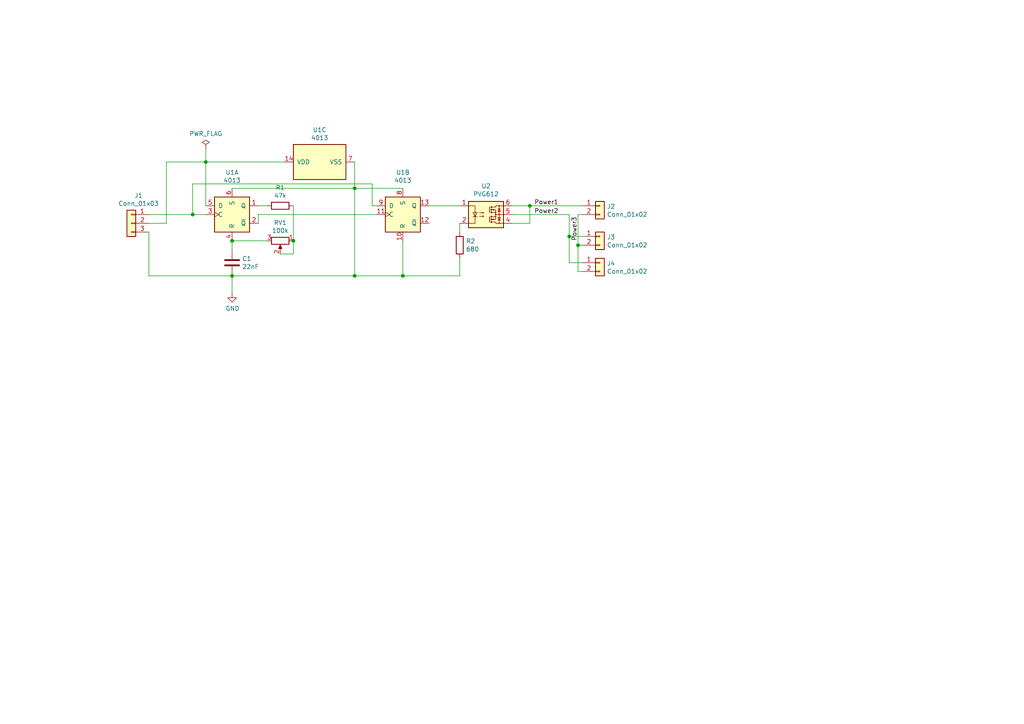
<source format=kicad_sch>
(kicad_sch (version 20231120) (generator "eeschema") (generator_version "8.0")
  (paper "A4")
  (title_block (title "RC switch with solid state relay 2A") (date "2019-06-16") (rev "0") (company "CyberNet-RC") (comment 2 "V.Panfilov"))
  (lib_symbols
    (symbol "4xxx:4013" (pin_names (offset 1.016))
      (property "Reference" "U" (at -7.62 8.89 0))
      (property "Value" "4013" (at -7.62 -8.89 0))
      (symbol "4013_1_1"
        (rectangle (start -5.08 5.08) (end 5.08 -5.08) (stroke (width 0.254)) (fill (type background)))
        (pin output line (at 7.62 2.54 180) (length 2.54) (name "Q") (number "1"))
        (pin output line (at 7.62 -2.54 180) (length 2.54) (name "~{Q}") (number "2"))
        (pin input clock (at -7.62 0 0) (length 2.54) (name "C") (number "3"))
        (pin input line (at 0 -7.62 90) (length 2.54) (name "R") (number "4"))
        (pin input line (at -7.62 2.54 0) (length 2.54) (name "D") (number "5"))
        (pin input line (at 0 7.62 270) (length 2.54) (name "S") (number "6"))
      )
      (symbol "4013_2_1"
        (rectangle (start -5.08 5.08) (end 5.08 -5.08) (stroke (width 0.254)) (fill (type background)))
        (pin input line (at 0 -7.62 90) (length 2.54) (name "R") (number "10"))
        (pin input clock (at -7.62 0 0) (length 2.54) (name "C") (number "11"))
        (pin output line (at 7.62 -2.54 180) (length 2.54) (name "~{Q}") (number "12"))
        (pin output line (at 7.62 2.54 180) (length 2.54) (name "Q") (number "13"))
        (pin input line (at 0 7.62 270) (length 2.54) (name "S") (number "8"))
        (pin input line (at -7.62 2.54 0) (length 2.54) (name "D") (number "9"))
      )
      (symbol "4013_3_0"
        (pin power_in line (at 0 10.16 270) (length 2.54) (name "VDD") (number "14"))
        (pin power_in line (at 0 -10.16 90) (length 2.54) (name "VSS") (number "7"))
      )
      (symbol "4013_3_1"
        (rectangle (start -5.08 7.62) (end 5.08 -7.62) (stroke (width 0.254)) (fill (type background)))
      )
    )
    (symbol "Connector_Generic:Conn_01x02" (pin_names (offset 1.016) hide)
      (property "Reference" "J" (at 0 2.54 0))
      (property "Value" "Conn_01x02" (at 0 -5.08 0))
      (symbol "Conn_01x02_1_1"
        (rectangle (start -1.27 -2.413) (end 0 -2.667) (stroke (width 0.1524)))
        (rectangle (start -1.27 0.127) (end 0 -0.127) (stroke (width 0.1524)))
        (rectangle (start -1.27 1.27) (end 1.27 -3.81) (stroke (width 0.254)) (fill (type background)))
        (pin passive line (at -5.08 0 0) (length 3.81) (name "Pin_1") (number "1"))
        (pin passive line (at -5.08 -2.54 0) (length 3.81) (name "Pin_2") (number "2"))
      )
    )
    (symbol "Connector_Generic:Conn_01x03" (pin_names (offset 1.016) hide)
      (property "Reference" "J" (at 0 5.08 0))
      (property "Value" "Conn_01x03" (at 0 -5.08 0))
      (symbol "Conn_01x03_1_1"
        (rectangle (start -1.27 -2.413) (end 0 -2.667) (stroke (width 0.1524)))
        (rectangle (start -1.27 0.127) (end 0 -0.127) (stroke (width 0.1524)))
        (rectangle (start -1.27 2.667) (end 0 2.413) (stroke (width 0.1524)))
        (rectangle (start -1.27 3.81) (end 1.27 -3.81) (stroke (width 0.254)) (fill (type background)))
        (pin passive line (at -5.08 2.54 0) (length 3.81) (name "Pin_1") (number "1"))
        (pin passive line (at -5.08 0 0) (length 3.81) (name "Pin_2") (number "2"))
        (pin passive line (at -5.08 -2.54 0) (length 3.81) (name "Pin_3") (number "3"))
      )
    )
    (symbol "Device:C" (pin_numbers hide) (pin_names (offset 0.254))
      (property "Reference" "C" (at 0.635 2.54 0))
      (property "Value" "C" (at 0.635 -2.54 0))
      (symbol "C_0_1"
        (polyline (pts (xy -2.032 -0.762) (xy 2.032 -0.762)) (stroke (width 0.508)))
        (polyline (pts (xy -2.032 0.762) (xy 2.032 0.762)) (stroke (width 0.508)))
      )
      (symbol "C_1_1"
        (pin passive line (at 0 3.81 270) (length 2.794) (name "~") (number "1"))
        (pin passive line (at 0 -3.81 90) (length 2.794) (name "~") (number "2"))
      )
    )
    (symbol "Device:R" (pin_numbers hide) (pin_names (offset 0))
      (property "Reference" "R" (at 2.032 0 90))
      (property "Value" "R" (at 0 0 90))
      (symbol "R_0_1"
        (rectangle (start -1.016 -2.54) (end 1.016 2.54) (stroke (width 0.254)))
      )
      (symbol "R_1_1"
        (pin passive line (at 0 3.81 270) (length 1.27) (name "~") (number "1"))
        (pin passive line (at 0 -3.81 90) (length 1.27) (name "~") (number "2"))
      )
    )
    (symbol "Device:R_POT" (pin_names (offset 1.016) hide)
      (property "Reference" "RV" (at -4.445 0 90))
      (property "Value" "Device_R_POT" (at -2.54 0 90))
      (symbol "R_POT_0_1"
        (polyline (pts (xy 2.54 0) (xy 1.524 0)))
        (polyline (pts (xy 1.143 0) (xy 2.286 0.508) (xy 2.286 -0.508) (xy 1.143 0)) (fill (type outline)))
        (rectangle (start 1.016 2.54) (end -1.016 -2.54) (stroke (width 0.254)))
      )
      (symbol "R_POT_1_1"
        (pin passive line (at 0 3.81 270) (length 1.27) (name "1") (number "1"))
        (pin passive line (at 3.81 0 180) (length 1.27) (name "2") (number "2"))
        (pin passive line (at 0 -3.81 90) (length 1.27) (name "3") (number "3"))
      )
    )
    (symbol "Relay_SolidState:TLP3546"
      (property "Reference" "U" (at -3.81 5.08 0))
      (property "Value" "TLP3546" (at -1.27 -5.08 0))
      (symbol "TLP3546_0_1"
        (rectangle (start -5.08 3.81) (end 5.08 -3.81) (stroke (width 0.254)) (fill (type background)))
        (polyline (pts (xy -3.81 -0.635) (xy -2.54 -0.635)))
        (polyline (pts (xy 1.016 -0.635) (xy 1.016 -2.159)) (stroke (width 0.2032)))
        (polyline (pts (xy 1.016 2.159) (xy 1.016 0.635)) (stroke (width 0.2032)))
        (polyline (pts (xy 1.524 -0.508) (xy 1.524 -0.762)) (stroke (width 0.3556)))
        (polyline (pts (xy 2.794 0) (xy 5.08 0)))
        (polyline (pts (xy 3.429 -1.651) (xy 4.191 -1.651)))
        (polyline (pts (xy 3.429 1.651) (xy 4.191 1.651)))
        (polyline (pts (xy 3.81 -2.54) (xy 3.81 2.54)))
        (polyline (pts (xy 1.524 -2.032) (xy 1.524 -2.286) (xy 1.524 -2.286)) (stroke (width 0.3556)))
        (polyline (pts (xy 1.524 -1.27) (xy 1.524 -1.524) (xy 1.524 -1.524)) (stroke (width 0.3556)))
        (polyline (pts (xy 1.524 0.762) (xy 1.524 0.508) (xy 1.524 0.508)) (stroke (width 0.3556)))
        (polyline (pts (xy 1.524 1.524) (xy 1.524 1.27) (xy 1.524 1.27)) (stroke (width 0.3556)))
        (polyline (pts (xy 1.524 2.286) (xy 1.524 2.032) (xy 1.524 2.032)) (stroke (width 0.3556)))
        (polyline (pts (xy 1.651 -1.397) (xy 2.794 -1.397) (xy 2.794 -0.635)))
        (polyline (pts (xy 1.651 1.397) (xy 2.794 1.397) (xy 2.794 0.635)))
        (polyline (pts (xy -5.08 2.54) (xy -3.175 2.54) (xy -3.175 -2.54) (xy -5.08 -2.54)))
        (polyline (pts (xy -3.175 -0.635) (xy -3.81 0.635) (xy -2.54 0.635) (xy -3.175 -0.635)))
        (polyline (pts (xy 1.651 -2.159) (xy 2.794 -2.159) (xy 2.794 -2.54) (xy 5.08 -2.54)))
        (polyline (pts (xy 1.651 -0.635) (xy 2.794 -0.635) (xy 2.794 0.635) (xy 1.651 0.635)))
        (polyline (pts (xy 1.651 2.159) (xy 2.794 2.159) (xy 2.794 2.54) (xy 5.08 2.54)))
        (polyline (pts (xy 1.778 -1.397) (xy 2.286 -1.27) (xy 2.286 -1.524) (xy 1.778 -1.397)))
        (polyline (pts (xy 1.778 1.397) (xy 2.286 1.524) (xy 2.286 1.27) (xy 1.778 1.397)))
        (polyline (pts (xy 3.81 -1.651) (xy 3.429 -0.889) (xy 4.191 -0.889) (xy 3.81 -1.651)))
        (polyline (pts (xy 3.81 1.651) (xy 3.429 0.889) (xy 4.191 0.889) (xy 3.81 1.651)))
        (polyline (pts (xy -1.905 -0.508) (xy -0.635 -0.508) (xy -1.016 -0.635) (xy -1.016 -0.381) (xy -0.635 -0.508)))
        (polyline (pts (xy -1.905 0.508) (xy -0.635 0.508) (xy -1.016 0.381) (xy -1.016 0.635) (xy -0.635 0.508)))
        (circle (center 2.794 -0.635) (radius 0.127))
        (circle (center 2.794 0) (radius 0.127))
        (circle (center 2.794 0.635) (radius 0.127))
        (circle (center 3.81 -2.54) (radius 0.127))
        (circle (center 3.81 0) (radius 0.127))
        (circle (center 3.81 2.54) (radius 0.127))
      )
      (symbol "TLP3546_1_1"
        (pin passive line (at -7.62 2.54 0) (length 2.54) (name "~") (number "1"))
        (pin passive line (at -7.62 -2.54 0) (length 2.54) (name "~") (number "2"))
        (pin no_connect line (at -5.08 0 0) (length 2.54) hide (name "~") (number "3"))
        (pin passive line (at 7.62 -2.54 180) (length 2.54) (name "~") (number "4"))
        (pin passive line (at 7.62 0 180) (length 2.54) (name "~") (number "5"))
        (pin passive line (at 7.62 2.54 180) (length 2.54) (name "~") (number "6"))
      )
    )
    (symbol "power:GND" (power) (pin_names (offset 0))
      (property "Value" "GND" (at 0 -3.81 0))
      (symbol "GND_0_1"
        (polyline (pts (xy 0 0) (xy 0 -1.27) (xy 1.27 -1.27) (xy 0 -2.54) (xy -1.27 -1.27) (xy 0 -1.27)))
      )
      (symbol "GND_1_1"
        (pin power_in line (at 0 0 270) (length 0) hide (name "GND") (number "1"))
      )
    )
    (symbol "power:PWR_FLAG" (power) (pin_numbers hide) (pin_names (offset 0) hide)
      (property "Value" "PWR_FLAG" (at 0 3.81 0))
      (symbol "PWR_FLAG_0_0"
        (pin power_out line (at 0 0 90) (length 0) (name "pwr") (number "1"))
      )
      (symbol "PWR_FLAG_0_1"
        (polyline (pts (xy 0 0) (xy 0 1.27) (xy -1.016 1.905) (xy 0 2.54) (xy 1.016 1.905) (xy 0 1.27)))
      )
    )
  )
  (junction (at 165.1 68.58))
  (junction (at 102.87 80.01))
  (junction (at 59.69 46.99))
  (junction (at 67.31 80.01))
  (junction (at 116.84 80.01))
  (junction (at 67.31 69.85))
  (junction (at 102.87 54.61))
  (junction (at 167.64 71.12))
  (junction (at 153.67 59.69))
  (junction (at 85.09 69.85))
  (junction (at 55.88 62.23))
  (wire (pts (xy 48.26 64.77) (xy 43.18 64.77)))
  (wire (pts (xy 59.69 46.99) (xy 59.69 59.69)))
  (wire (pts (xy 59.69 46.99) (xy 48.26 46.99)))
  (wire (pts (xy 148.59 62.23) (xy 165.1 62.23)))
  (wire (pts (xy 55.88 53.34) (xy 55.88 62.23)))
  (wire (pts (xy 124.46 59.69) (xy 133.35 59.69)))
  (wire (pts (xy 85.09 73.66) (xy 85.09 69.85)))
  (wire (pts (xy 165.1 68.58) (xy 168.91 68.58)))
  (wire (pts (xy 67.31 69.85) (xy 77.47 69.85)))
  (wire (pts (xy 133.35 64.77) (xy 133.35 67.31)))
  (wire (pts (xy 85.09 59.69) (xy 85.09 69.85)))
  (wire (pts (xy 102.87 80.01) (xy 116.84 80.01)))
  (wire (pts (xy 74.93 59.69) (xy 77.47 59.69)))
  (wire (pts (xy 55.88 62.23) (xy 59.69 62.23)))
  (wire (pts (xy 165.1 62.23) (xy 165.1 68.58)))
  (wire (pts (xy 167.64 78.74) (xy 168.91 78.74)))
  (wire (pts (xy 102.87 54.61) (xy 102.87 80.01)))
  (wire (pts (xy 74.93 62.23) (xy 109.22 62.23)))
  (wire (pts (xy 67.31 80.01) (xy 102.87 80.01)))
  (wire (pts (xy 82.55 46.99) (xy 59.69 46.99)))
  (wire (pts (xy 102.87 54.61) (xy 116.84 54.61)))
  (wire (pts (xy 107.95 53.34) (xy 55.88 53.34)))
  (wire (pts (xy 107.95 59.69) (xy 107.95 53.34)))
  (wire (pts (xy 133.35 74.93) (xy 133.35 80.01)))
  (wire (pts (xy 59.69 43.18) (xy 59.69 46.99)))
  (wire (pts (xy 148.59 64.77) (xy 153.67 64.77)))
  (wire (pts (xy 102.87 54.61) (xy 102.87 46.99)))
  (wire (pts (xy 165.1 68.58) (xy 165.1 76.2)))
  (wire (pts (xy 148.59 59.69) (xy 153.67 59.69)))
  (wire (pts (xy 167.64 62.23) (xy 167.64 71.12)))
  (wire (pts (xy 167.64 71.12) (xy 167.64 78.74)))
  (wire (pts (xy 67.31 69.85) (xy 67.31 72.39)))
  (wire (pts (xy 67.31 80.01) (xy 67.31 85.09)))
  (wire (pts (xy 165.1 76.2) (xy 168.91 76.2)))
  (wire (pts (xy 133.35 80.01) (xy 116.84 80.01)))
  (wire (pts (xy 167.64 71.12) (xy 168.91 71.12)))
  (wire (pts (xy 153.67 59.69) (xy 168.91 59.69)))
  (wire (pts (xy 43.18 80.01) (xy 67.31 80.01)))
  (wire (pts (xy 81.28 73.66) (xy 85.09 73.66)))
  (wire (pts (xy 153.67 64.77) (xy 153.67 59.69)))
  (wire (pts (xy 43.18 67.31) (xy 43.18 80.01)))
  (wire (pts (xy 109.22 59.69) (xy 107.95 59.69)))
  (wire (pts (xy 67.31 54.61) (xy 102.87 54.61)))
  (wire (pts (xy 168.91 62.23) (xy 167.64 62.23)))
  (wire (pts (xy 116.84 80.01) (xy 116.84 69.85)))
  (wire (pts (xy 74.93 64.77) (xy 74.93 62.23)))
  (wire (pts (xy 55.88 62.23) (xy 43.18 62.23)))
  (wire (pts (xy 48.26 46.99) (xy 48.26 64.77)))
  (label "Power3" (at 167.64 69.85 90))
  (label "Power1" (at 154.94 59.69 0))
  (label "Power2" (at 154.94 62.23 0))
  (symbol (lib_id "4xxx:4013") (at 67.31 62.23 0) (unit 1)
    (property "Reference" "U1" (at 67.31 50.0126 0))
    (property "Value" "4013" (at 67.31 52.324 0))
    (property "Footprint" "Package_SO:SOIC-14_3.9x8.7mm_P1.27mm" (effects (hide yes)))
    (property "Datasheet" "http://www.onsemi.com/pub/Collateral/MC14013B-D.PDF" (effects (hide yes)))
  )
  (symbol (lib_id "4xxx:4013") (at 116.84 62.23 0) (unit 2)
    (property "Reference" "U1" (at 116.84 50.0126 0))
    (property "Value" "4013" (at 116.84 52.324 0))
    (property "Footprint" "Package_SO:SOIC-14_3.9x8.7mm_P1.27mm" (effects (hide yes)))
    (property "Datasheet" "http://www.onsemi.com/pub/Collateral/MC14013B-D.PDF" (effects (hide yes)))
  )
  (symbol (lib_id "4xxx:4013") (at 92.71 46.99 90) (unit 3)
    (property "Reference" "U1" (at 92.71 37.6682 90))
    (property "Value" "4013" (at 92.71 39.9796 90))
    (property "Footprint" "Package_SO:SOIC-14_3.9x8.7mm_P1.27mm" (effects (hide yes)))
    (property "Datasheet" "http://www.onsemi.com/pub/Collateral/MC14013B-D.PDF" (effects (hide yes)))
  )
  (symbol (lib_id "Device:R") (at 81.28 59.69 270) (unit 1)
    (property "Reference" "R1" (at 81.28 54.4322 90))
    (property "Value" "47k" (at 81.28 56.7436 90))
    (property "Footprint" "Resistor_SMD:R_0603_1608Metric_Pad1.05x0.95mm_HandSolder" (effects (hide yes)))
  )
  (symbol (lib_id "Device:R_POT") (at 81.28 69.85 270) (unit 1)
    (property "Reference" "RV1" (at 81.28 64.5922 90))
    (property "Value" "100k" (at 81.28 66.9036 90))
    (property "Footprint" "Potentiometer_SMD:Potentiometer_Bourns_3314G_Vertical" (effects (hide yes)))
  )
  (symbol (lib_id "Device:C") (at 67.31 76.2 0) (unit 1)
    (property "Reference" "C1" (at 70.231 75.0316 0) (effects (justify left)))
    (property "Value" "22nF" (at 70.231 77.343 0) (effects (justify left)))
    (property "Footprint" "Capacitor_SMD:C_0805_2012Metric_Pad1.15x1.40mm_HandSolder" (effects (hide yes)))
  )
  (symbol (lib_id "Connector_Generic:Conn_01x03") (at 38.1 64.77 0) (mirror y) (unit 1)
    (property "Reference" "J1" (at 40.1828 56.7182 0))
    (property "Value" "Conn_01x03" (at 40.1828 59.0296 0))
    (property "Footprint" "Connector_PinHeader_2.54mm:PinHeader_1x03_P2.54mm_Vertical" (effects (hide yes)))
  )
  (symbol (lib_id "power:GND") (at 67.31 85.09 0) (unit 1)
    (property "Reference" "#PWR01" (effects (hide yes)))
    (property "Value" "GND" (at 67.437 89.4842 0))
  )
  (symbol (lib_id "power:PWR_FLAG") (at 59.69 43.18 0) (unit 1)
    (property "Reference" "#FLG01" (effects (hide yes)))
    (property "Value" "PWR_FLAG" (at 59.69 38.7858 0))
  )
  (symbol (lib_id "Relay_SolidState:TLP3546") (at 140.97 62.23 0) (unit 1)
    (property "Reference" "U2" (at 140.97 53.975 0))
    (property "Value" "PVG612" (at 140.97 56.2864 0))
    (property "Footprint" "Package_DIP:SMDIP-6_W9.53mm" (effects (hide yes)))
    (property "Datasheet" "https://toshiba.semicon-storage.com/info/docget.jsp?did=12671&prodName=TLP3546" (effects (hide yes)))
  )
  (symbol (lib_id "Connector_Generic:Conn_01x02") (at 173.99 59.69 0) (unit 1)
    (property "Reference" "J2" (at 176.022 59.8932 0) (effects (justify left)))
    (property "Value" "Conn_01x02" (at 176.022 62.2046 0) (effects (justify left)))
    (property "Footprint" "Connector_Molex:Molex_KK-254_AE-6410-02A_1x02_P2.54mm_Vertical" (effects (hide yes)))
  )
  (symbol (lib_id "Connector_Generic:Conn_01x02") (at 173.99 68.58 0) (unit 1)
    (property "Reference" "J3" (at 176.022 68.7832 0) (effects (justify left)))
    (property "Value" "Conn_01x02" (at 176.022 71.0946 0) (effects (justify left)))
    (property "Footprint" "Connector_Molex:Molex_KK-254_AE-6410-02A_1x02_P2.54mm_Vertical" (effects (hide yes)))
  )
  (symbol (lib_id "Connector_Generic:Conn_01x02") (at 173.99 76.2 0) (unit 1)
    (property "Reference" "J4" (at 176.022 76.4032 0) (effects (justify left)))
    (property "Value" "Conn_01x02" (at 176.022 78.7146 0) (effects (justify left)))
    (property "Footprint" "Connector_Molex:Molex_KK-254_AE-6410-02A_1x02_P2.54mm_Vertical" (effects (hide yes)))
  )
  (symbol (lib_id "Device:R") (at 133.35 71.12 0) (unit 1)
    (property "Reference" "R2" (at 135.128 69.9516 0) (effects (justify left)))
    (property "Value" "680" (at 135.128 72.263 0) (effects (justify left)))
    (property "Footprint" "Resistor_SMD:R_0805_2012Metric_Pad1.15x1.40mm_HandSolder" (effects (hide yes)))
  )
)
</source>
